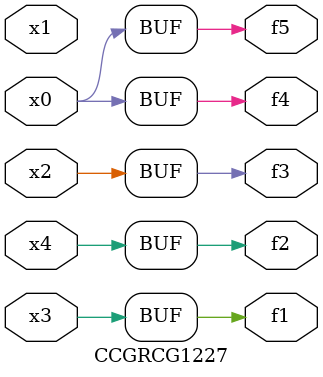
<source format=v>
module CCGRCG1227(
	input x0, x1, x2, x3, x4,
	output f1, f2, f3, f4, f5
);
	assign f1 = x3;
	assign f2 = x4;
	assign f3 = x2;
	assign f4 = x0;
	assign f5 = x0;
endmodule

</source>
